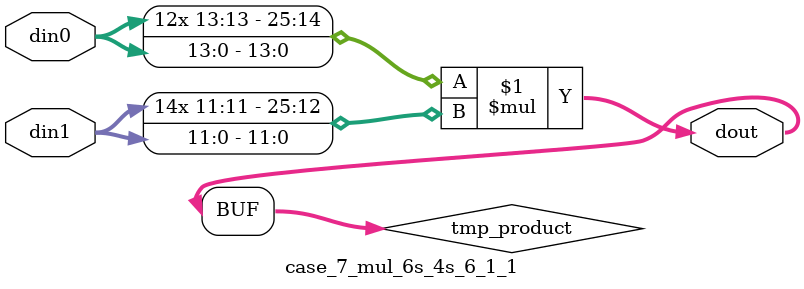
<source format=v>

`timescale 1 ns / 1 ps

 module case_7_mul_6s_4s_6_1_1(din0, din1, dout);
parameter ID = 1;
parameter NUM_STAGE = 0;
parameter din0_WIDTH = 14;
parameter din1_WIDTH = 12;
parameter dout_WIDTH = 26;

input [din0_WIDTH - 1 : 0] din0; 
input [din1_WIDTH - 1 : 0] din1; 
output [dout_WIDTH - 1 : 0] dout;

wire signed [dout_WIDTH - 1 : 0] tmp_product;



























assign tmp_product = $signed(din0) * $signed(din1);








assign dout = tmp_product;





















endmodule

</source>
